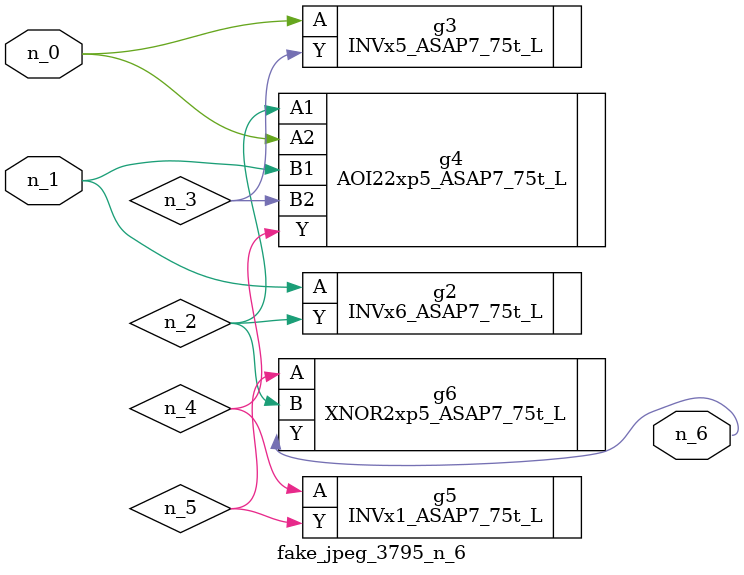
<source format=v>
module fake_jpeg_3795_n_6 (n_0, n_1, n_6);

input n_0;
input n_1;

output n_6;

wire n_3;
wire n_2;
wire n_4;
wire n_5;

INVx6_ASAP7_75t_L g2 ( 
.A(n_1),
.Y(n_2)
);

INVx5_ASAP7_75t_L g3 ( 
.A(n_0),
.Y(n_3)
);

AOI22xp5_ASAP7_75t_L g4 ( 
.A1(n_2),
.A2(n_0),
.B1(n_1),
.B2(n_3),
.Y(n_4)
);

INVx1_ASAP7_75t_L g5 ( 
.A(n_4),
.Y(n_5)
);

XNOR2xp5_ASAP7_75t_L g6 ( 
.A(n_5),
.B(n_2),
.Y(n_6)
);


endmodule
</source>
